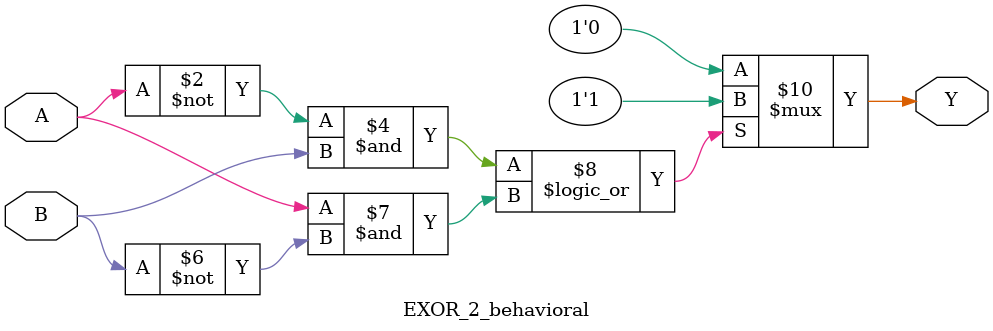
<source format=v>
module EXOR_2_behavioral (output reg Y, input A, B);
always @ (A or B) 
begin
  if ((A == 1'b0 & B == 1'b1)||(A == 1'b1 & B == 1'b0)) 
  begin
       Y = 1'b1;
   end
   else 
       Y = 1'b0; 
end
endmodule

</source>
